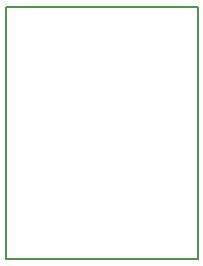
<source format=gm1>
G04 #@! TF.FileFunction,Profile,NP*
%FSLAX46Y46*%
G04 Gerber Fmt 4.6, Leading zero omitted, Abs format (unit mm)*
G04 Created by KiCad (PCBNEW 4.0.5+dfsg1-4) date Sun Oct 15 17:49:37 2017*
%MOMM*%
%LPD*%
G01*
G04 APERTURE LIST*
%ADD10C,0.100000*%
%ADD11C,0.150000*%
G04 APERTURE END LIST*
D10*
D11*
X170307000Y-117094000D02*
X170307000Y-95758000D01*
X154051000Y-117094000D02*
X170307000Y-117094000D01*
X154051000Y-95758000D02*
X154051000Y-117094000D01*
X170307000Y-95758000D02*
X154051000Y-95758000D01*
M02*

</source>
